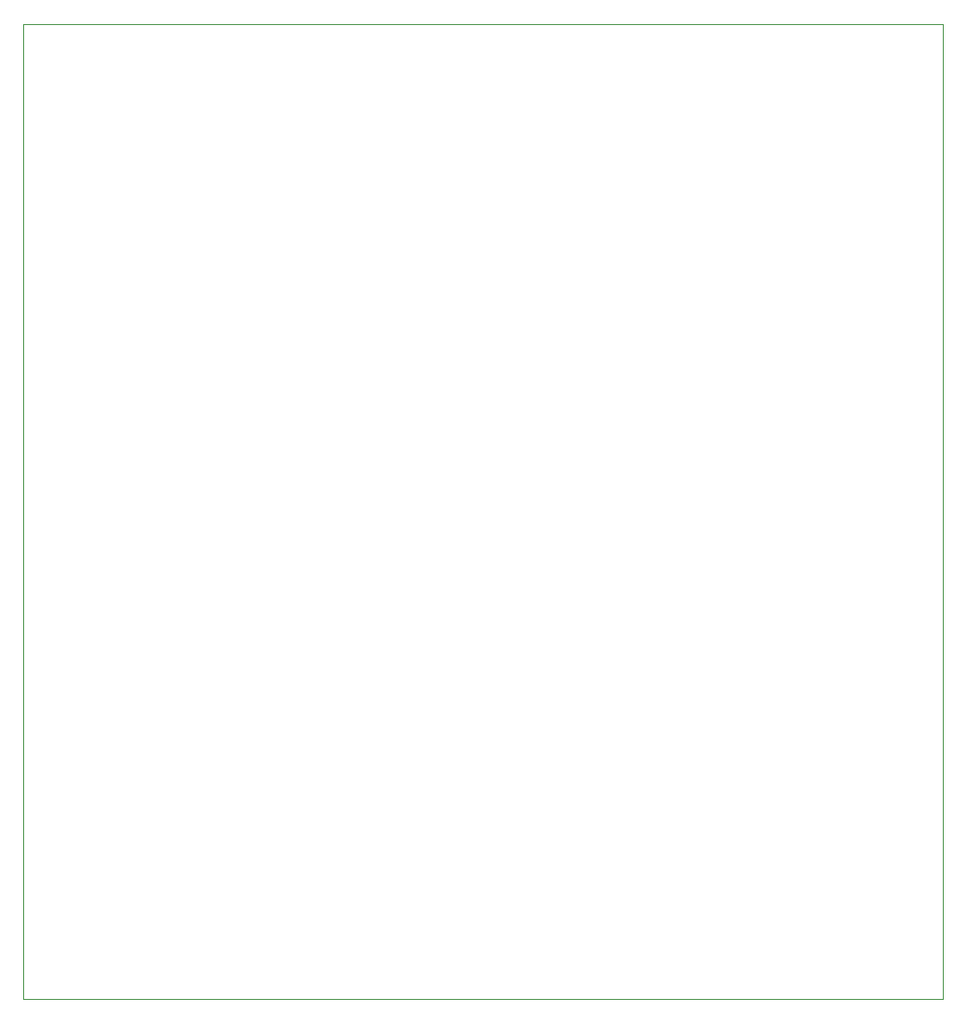
<source format=gbr>
%TF.GenerationSoftware,KiCad,Pcbnew,9.0.6-1.fc43*%
%TF.CreationDate,2025-12-17T22:37:06-05:00*%
%TF.ProjectId,electrical,656c6563-7472-4696-9361-6c2e6b696361,rev?*%
%TF.SameCoordinates,Original*%
%TF.FileFunction,Profile,NP*%
%FSLAX46Y46*%
G04 Gerber Fmt 4.6, Leading zero omitted, Abs format (unit mm)*
G04 Created by KiCad (PCBNEW 9.0.6-1.fc43) date 2025-12-17 22:37:06*
%MOMM*%
%LPD*%
G01*
G04 APERTURE LIST*
%TA.AperFunction,Profile*%
%ADD10C,0.050000*%
%TD*%
G04 APERTURE END LIST*
D10*
X113500000Y-146000000D02*
X197500000Y-146000000D01*
X113500000Y-57000000D02*
X113500000Y-146000000D01*
X197500000Y-146000000D02*
X197500000Y-57000000D01*
X197500000Y-57000000D02*
X113500000Y-57000000D01*
M02*

</source>
